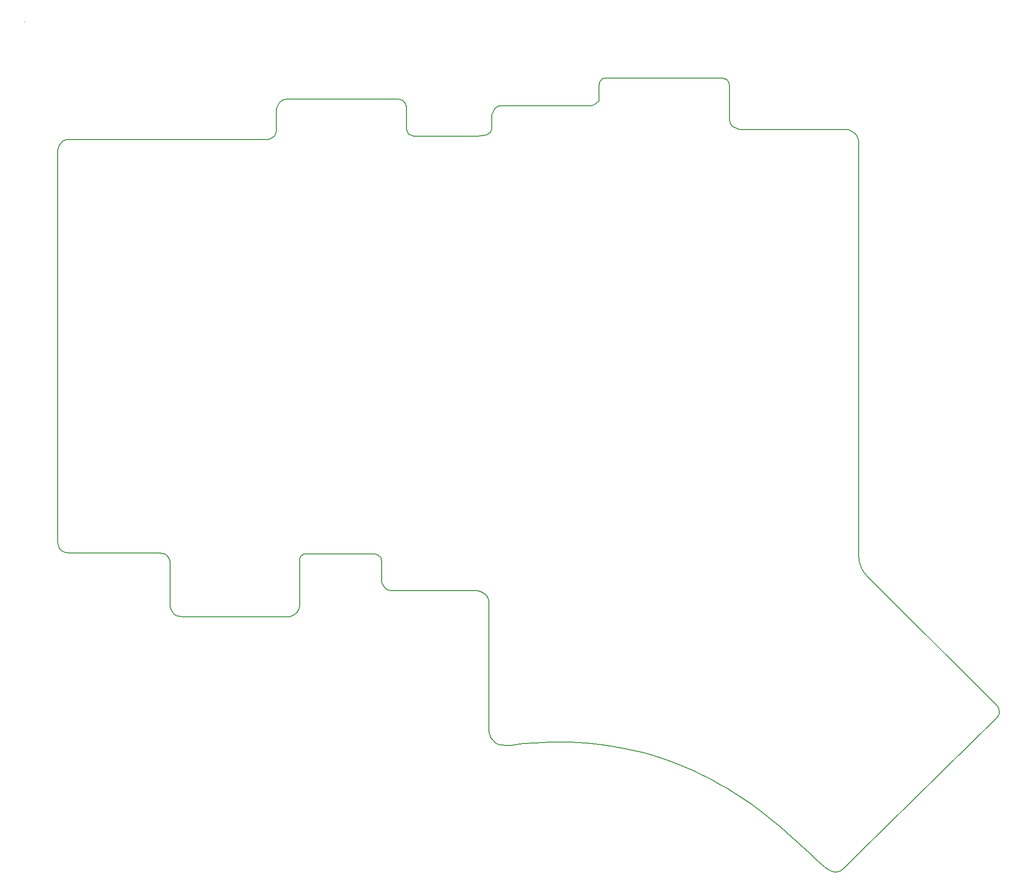
<source format=gbr>
G04 #@! TF.GenerationSoftware,KiCad,Pcbnew,(5.1.6-0-10_14)*
G04 #@! TF.CreationDate,2020-08-23T00:26:13+08:00*
G04 #@! TF.ProjectId,Geopad,47656f70-6164-42e6-9b69-6361645f7063,rev?*
G04 #@! TF.SameCoordinates,Original*
G04 #@! TF.FileFunction,Profile,NP*
%FSLAX46Y46*%
G04 Gerber Fmt 4.6, Leading zero omitted, Abs format (unit mm)*
G04 Created by KiCad (PCBNEW (5.1.6-0-10_14)) date 2020-08-23 00:26:13*
%MOMM*%
%LPD*%
G01*
G04 APERTURE LIST*
G04 #@! TA.AperFunction,Profile*
%ADD10C,0.200000*%
G04 #@! TD*
G04 APERTURE END LIST*
D10*
X224962458Y-217198433D02*
X226153427Y-217527785D01*
X210757296Y-215296741D02*
X212081935Y-215327058D01*
X200915002Y-215913757D02*
X201585418Y-215913757D01*
X198787656Y-215471752D02*
X199111495Y-215640906D01*
X178922029Y-187696703D02*
X179409683Y-188181428D01*
X179409683Y-188181428D02*
X180136426Y-188397091D01*
X178548926Y-186915700D02*
X178922029Y-187696703D01*
X164671736Y-181900674D02*
X165602084Y-181835562D01*
X177869036Y-182010573D02*
X178421802Y-182541806D01*
X163989780Y-182639647D02*
X164208371Y-182219345D01*
X178421802Y-182541806D02*
X178548926Y-183493686D01*
X165602084Y-181835562D02*
X168159723Y-181835562D01*
X168159723Y-181835562D02*
X177243579Y-181835562D01*
X209434723Y-215294329D02*
X210757296Y-215296741D01*
X205635472Y-215436956D02*
X207148903Y-215354274D01*
X163908992Y-183423062D02*
X163989780Y-182639647D01*
X217890021Y-215804892D02*
X219507838Y-216041570D01*
X164208371Y-182219345D02*
X164671736Y-181900674D01*
X203698639Y-215594397D02*
X205635472Y-215436956D01*
X233977239Y-220428900D02*
X234552915Y-220694861D01*
X232864473Y-219934528D02*
X233977239Y-220428900D01*
X231657656Y-219429477D02*
X232864473Y-219934528D01*
X229729781Y-218690504D02*
X231657656Y-219429477D01*
X214886242Y-215486566D02*
X216402429Y-215627814D01*
X213304944Y-215380801D02*
X214886242Y-215486566D01*
X202564169Y-215710841D02*
X203698639Y-215594397D01*
X180136426Y-188397091D02*
X195552711Y-188397091D01*
X163908992Y-191113549D02*
X163908992Y-183423062D01*
X226153427Y-217527785D02*
X227776067Y-218022500D01*
X162923695Y-192731710D02*
X163460785Y-192304863D01*
X223383570Y-216804659D02*
X224962458Y-217198433D01*
X221793314Y-216458082D02*
X223383570Y-216804659D01*
X208469408Y-215309832D02*
X209434723Y-215294329D01*
X199536275Y-215793179D02*
X200915002Y-215913757D01*
X216402429Y-215627814D02*
X217890021Y-215804892D01*
X219507838Y-216041570D02*
X221793314Y-216458082D01*
X197528301Y-213409173D02*
X197889347Y-214578783D01*
X207148903Y-215354274D02*
X208469408Y-215309832D01*
X199111495Y-215640906D02*
X199536275Y-215793179D01*
X197889347Y-214578783D02*
X198787656Y-215471752D01*
X197375167Y-189642148D02*
X197528301Y-190267089D01*
X163460785Y-192304863D02*
X163802711Y-191803601D01*
X163802711Y-191803601D02*
X163908992Y-191113549D01*
X178548926Y-183493686D02*
X178548926Y-186915700D01*
X177243579Y-181835562D02*
X177869036Y-182010573D01*
X197033930Y-189141231D02*
X197375167Y-189642148D01*
X197528301Y-190267089D02*
X197528301Y-213409173D01*
X227776067Y-218022500D02*
X229729781Y-218690504D01*
X212081935Y-215327058D02*
X213304944Y-215380801D01*
X201585418Y-215913757D02*
X202564169Y-215710841D01*
X195552711Y-188397091D02*
X196333887Y-188650650D01*
X196333887Y-188650650D02*
X197033930Y-189141231D01*
X142112907Y-192849532D02*
X143095103Y-193053482D01*
X141702424Y-192611476D02*
X142112907Y-192849532D01*
X141082479Y-191784309D02*
X141304515Y-192201510D01*
X140942780Y-183670075D02*
X140942780Y-191254797D01*
X140731423Y-182682711D02*
X140892137Y-183179149D01*
X140392771Y-182190751D02*
X140731423Y-182682711D01*
X139038159Y-181694313D02*
X139515994Y-181738755D01*
X121089039Y-180521947D02*
X121278864Y-180892295D01*
X123180557Y-181694313D02*
X139038159Y-181694313D01*
X139966095Y-181886205D02*
X140392771Y-182190751D01*
X122295856Y-181597506D02*
X123180557Y-181694313D01*
X121651451Y-181276423D02*
X122295856Y-181597506D01*
X121278864Y-180892295D02*
X121651451Y-181276423D01*
X120975523Y-179824315D02*
X121089039Y-180521947D01*
X120975523Y-179057781D02*
X120975523Y-179824315D01*
X161650904Y-100978826D02*
X160892122Y-101217055D01*
X121240107Y-109141291D02*
X120975523Y-110080596D01*
X214990973Y-102178409D02*
X199539548Y-102178409D01*
X121903115Y-108468808D02*
X121240107Y-109141291D01*
X123092190Y-108175631D02*
X122445546Y-108175631D01*
X199038803Y-102375468D02*
X198554423Y-102766314D01*
X122445546Y-108175631D02*
X121903115Y-108468808D01*
X158475904Y-108175631D02*
X156664990Y-108175631D01*
X160323509Y-101677319D02*
X159816391Y-102707575D01*
X199539548Y-102178409D02*
X199038803Y-102375468D01*
X183328134Y-107241493D02*
X183048393Y-106838589D01*
X217107640Y-100731985D02*
X217107640Y-101331776D01*
X217107640Y-101331776D02*
X216496825Y-101825631D01*
X182888023Y-102319485D02*
X182683385Y-101705569D01*
X183048393Y-106838589D02*
X182888023Y-106235353D01*
X192765973Y-107575840D02*
X188650290Y-107575840D01*
X198057468Y-106235353D02*
X197862303Y-106888026D01*
X198057468Y-105565110D02*
X198057468Y-106235353D01*
X215837778Y-102178409D02*
X214990973Y-102178409D01*
X184263822Y-107575840D02*
X183328134Y-107241493D01*
X133381657Y-108175631D02*
X123092190Y-108175631D01*
X156664990Y-108175631D02*
X133381657Y-108175631D01*
X198057468Y-104271649D02*
X198057468Y-105565110D01*
X181476912Y-100978826D02*
X161650904Y-100978826D01*
X139515994Y-181738755D02*
X139966095Y-181886205D01*
X159816391Y-102707575D02*
X159816391Y-106799660D01*
X182128035Y-101187255D02*
X181476912Y-100978826D01*
X197862303Y-106888026D02*
X197257172Y-107388771D01*
X217107640Y-98791707D02*
X217122798Y-99922388D01*
X162215211Y-193053482D02*
X162923695Y-192731710D01*
X145052779Y-193053482D02*
X162215211Y-193053482D01*
X143095103Y-193053482D02*
X145052779Y-193053482D01*
X160892122Y-101217055D02*
X160323509Y-101677319D01*
X217122798Y-99922388D02*
X217107640Y-100731985D01*
X141304515Y-192201510D02*
X141702424Y-192611476D01*
X140942780Y-191254797D02*
X141082479Y-191784309D01*
X140892137Y-183179149D02*
X140942780Y-183670075D01*
X159816391Y-106799660D02*
X159501854Y-107575840D01*
X198057468Y-103801049D02*
X198057468Y-104271649D01*
X182683385Y-101705569D02*
X182128035Y-101187255D01*
X197257172Y-107388771D02*
X195588196Y-107575840D01*
X216496825Y-101825631D02*
X215837778Y-102178409D01*
X195588196Y-107575840D02*
X192765973Y-107575840D01*
X120975523Y-110080596D02*
X120975523Y-111444337D01*
X182888023Y-106235353D02*
X182888023Y-102319485D01*
X159501854Y-107575840D02*
X158475904Y-108175631D01*
X198554423Y-102766314D02*
X198057468Y-103801049D01*
X120975523Y-111444337D02*
X120975523Y-179057781D01*
X188650290Y-107575840D02*
X184263822Y-107575840D01*
X217234420Y-98042571D02*
X217107640Y-98791707D01*
X218412987Y-97239520D02*
X217739471Y-97407640D01*
X237568751Y-97239520D02*
X218412987Y-97239520D01*
X239015002Y-97239520D02*
X237568751Y-97239520D01*
X239819088Y-97548717D02*
X239015002Y-97239520D01*
X240121567Y-97939908D02*
X239819088Y-97548717D01*
X240285209Y-98615319D02*
X240121567Y-97939908D01*
X240506729Y-105386481D02*
X240285209Y-104718305D01*
X240943911Y-105934768D02*
X240506729Y-105386481D01*
X242084238Y-106411742D02*
X240943911Y-105934768D01*
X217739471Y-97407640D02*
X217234420Y-98042571D01*
X240285209Y-104718305D02*
X240285209Y-98615319D01*
X261416391Y-106411742D02*
X242084238Y-106411742D01*
X262335887Y-106918171D02*
X261948658Y-106662028D01*
X261948658Y-106662028D02*
X261416391Y-106411742D01*
X262938779Y-107543456D02*
X262672128Y-107214966D01*
X266313594Y-187327389D02*
X265077150Y-186094733D01*
X263250904Y-108352020D02*
X263137561Y-107920349D01*
X263250904Y-109533687D02*
X263250904Y-108352020D01*
X263250904Y-180177437D02*
X263250904Y-109533687D01*
X254586834Y-235126366D02*
X255556628Y-236024158D01*
X263250904Y-181853132D02*
X263250904Y-180177437D01*
X264299592Y-185286514D02*
X263856208Y-184584748D01*
X256617029Y-236976382D02*
X257387696Y-237623371D01*
X287874724Y-210904589D02*
X288078674Y-210649996D01*
X255556628Y-236024158D02*
X256617029Y-236976382D01*
X244270151Y-226428189D02*
X245421157Y-227269137D01*
X236984118Y-221909602D02*
X237887078Y-222396738D01*
X288244728Y-209981647D02*
X288138963Y-209334314D01*
X249349255Y-230404518D02*
X250485448Y-231384992D01*
X250485448Y-231384992D02*
X252059856Y-232790936D01*
X288078674Y-210649996D02*
X288214755Y-210297907D01*
X263387330Y-235011644D02*
X287874724Y-210904589D01*
X261031574Y-237330538D02*
X262054767Y-236323537D01*
X259609783Y-238356143D02*
X259939479Y-238230397D01*
X259167433Y-238430557D02*
X259609783Y-238356143D01*
X253853717Y-234443548D02*
X254586834Y-235126366D01*
X263856208Y-184584748D02*
X263617807Y-184018030D01*
X287336256Y-208285971D02*
X266313594Y-187327389D01*
X239865596Y-223533620D02*
X240906360Y-224171651D01*
X258649979Y-238375091D02*
X259167433Y-238430557D01*
X237887078Y-222396738D02*
X238915439Y-222975514D01*
X287910209Y-208858202D02*
X287336256Y-208285971D01*
X265077150Y-186094733D02*
X264299592Y-185286514D01*
X259939479Y-238230397D02*
X260289156Y-238021280D01*
X240906360Y-224171651D02*
X242054954Y-224909935D01*
X246877055Y-228383280D02*
X247961915Y-229250756D01*
X235441405Y-221121708D02*
X236180722Y-221492401D01*
X238915439Y-222975514D02*
X239865596Y-223533620D01*
X263617807Y-184018030D02*
X263366660Y-183096811D01*
X247961915Y-229250756D02*
X249349255Y-230404518D01*
X245421157Y-227269137D02*
X246877055Y-228383280D01*
X288138963Y-209334314D02*
X287910209Y-208858202D01*
X288214755Y-210297907D02*
X288244728Y-209981647D01*
X242054954Y-224909935D02*
X243313792Y-225755706D01*
X260289156Y-238021280D02*
X260640556Y-237715700D01*
X257924098Y-238032648D02*
X258649979Y-238375091D01*
X252059856Y-232790936D02*
X253853717Y-234443548D01*
X236180722Y-221492401D02*
X236984118Y-221909602D01*
X234552915Y-220694861D02*
X235441405Y-221121708D01*
X260640556Y-237715700D02*
X261031574Y-237330538D01*
X263366660Y-183096811D02*
X263250904Y-181853132D01*
X262672128Y-107214966D02*
X262335887Y-106918171D01*
X263137561Y-107920349D02*
X262938779Y-107543456D01*
X257387696Y-237623371D02*
X257924098Y-238032648D01*
X243313792Y-225755706D02*
X244270151Y-226428189D01*
X262054767Y-236323537D02*
X263387330Y-235011644D01*
X115129300Y-87252800D02*
G75*
G02*
X115129300Y-87252800I0J0D01*
G01*
M02*

</source>
